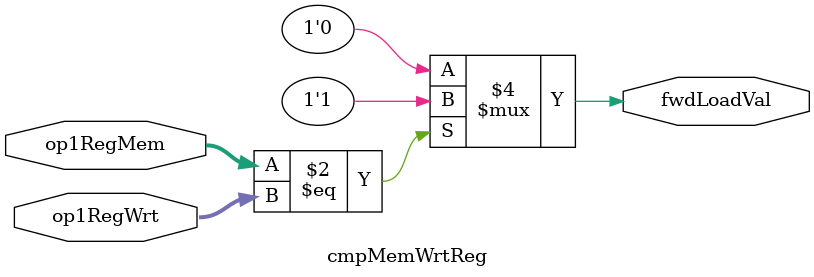
<source format=v>
module cmpMemWrtReg(
    input [3:0] op1RegMem, op1RegWrt,
    output reg fwdLoadVal
);

always@(*) begin
    if (op1RegMem == op1RegWrt) begin
        fwdLoadVal <= 1;
    end
    else begin
        fwdLoadVal <= 0;
    end
end

endmodule

</source>
